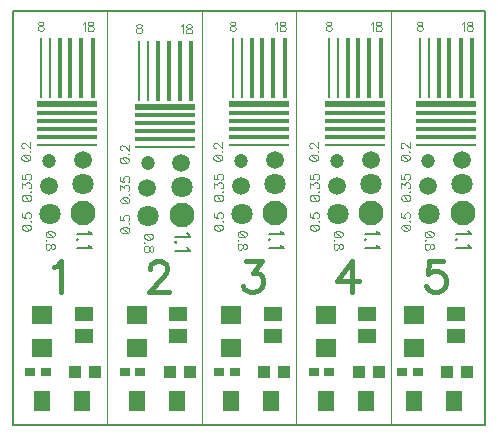
<source format=gtl>
G04 DipTrace Beta 2.3.5.2*
%INTop.gbr*%
%MOIN*%
%ADD11C,0.0055*%
%ADD13C,0.0013*%
%ADD14R,0.0591X0.0512*%
%ADD15R,0.0709X0.063*%
%ADD16R,0.0433X0.0394*%
%ADD17R,0.0354X0.0276*%
%ADD19R,0.0551X0.0709*%
%ADD20R,0.008X0.2*%
%ADD21R,0.01X0.2*%
%ADD22R,0.012X0.2*%
%ADD23R,0.014X0.2*%
%ADD24R,0.016X0.2*%
%ADD25R,0.018X0.2*%
%ADD26R,0.2X0.02*%
%ADD27R,0.2X0.018*%
%ADD28R,0.2X0.016*%
%ADD29R,0.2X0.014*%
%ADD30R,0.2X0.012*%
%ADD31R,0.2X0.008*%
%ADD32C,0.0709*%
%ADD33C,0.0591*%
%ADD34C,0.0472*%
%ADD35C,0.0827*%
%ADD81C,0.0077*%
%ADD82C,0.0154*%
%ADD83C,0.0046*%
%FSLAX44Y44*%
G04*
G70*
G90*
G75*
G01*
%LNTop*%
%LPD*%
D14*
X6299Y6890D3*
Y7638D3*
D15*
X4921Y6496D3*
Y7598D3*
D16*
X6693Y5709D3*
X6024D3*
D17*
X4528D3*
X5039D3*
D14*
X9449Y6890D3*
Y7638D3*
D15*
X8071Y6496D3*
Y7598D3*
D16*
X9843Y5709D3*
X9173D3*
D17*
X7677D3*
X8189D3*
D14*
X12598Y6890D3*
Y7638D3*
D15*
X11220Y6496D3*
Y7598D3*
D16*
X12992Y5709D3*
X12323D3*
D17*
X10827D3*
X11339D3*
D14*
X15748Y6890D3*
Y7638D3*
D15*
X14370Y6496D3*
Y7598D3*
D16*
X16142Y5709D3*
X15472D3*
D17*
X13976D3*
X14488D3*
D14*
X18701Y6890D3*
Y7638D3*
D15*
X17323Y6496D3*
Y7598D3*
D16*
X19094Y5709D3*
X18425D3*
D17*
X16929D3*
X17441D3*
D19*
X4921Y4724D3*
X6260D3*
X8071D3*
X9409D3*
X11220D3*
X12559D3*
X14370D3*
X15709D3*
X17323D3*
X18661D3*
D20*
X4876Y15814D3*
D21*
X5176D3*
D22*
X5506D3*
D23*
X5856D3*
D24*
X6226D3*
D25*
X6616D3*
D26*
X5736Y14614D3*
D27*
Y14344D3*
D28*
Y14074D3*
D29*
Y13804D3*
D30*
Y13534D3*
D31*
Y13274D3*
D32*
X5176Y10974D3*
D33*
X5146Y11904D3*
D34*
X5156Y12744D3*
D35*
X6296Y11004D3*
D32*
X6286Y11954D3*
D33*
X6276Y12754D3*
D20*
X8156Y15734D3*
D21*
X8456D3*
D22*
X8786D3*
D23*
X9136D3*
D24*
X9506D3*
D25*
X9896D3*
D26*
X9016Y14534D3*
D27*
Y14264D3*
D28*
Y13994D3*
D29*
Y13724D3*
D30*
Y13454D3*
D31*
Y13194D3*
D32*
X8456Y10894D3*
D33*
X8426Y11824D3*
D34*
X8436Y12664D3*
D35*
X9576Y10924D3*
D32*
X9566Y11874D3*
D33*
X9556Y12674D3*
D20*
X11276Y15814D3*
D21*
X11576D3*
D22*
X11906D3*
D23*
X12256D3*
D24*
X12626D3*
D25*
X13016D3*
D26*
X12136Y14614D3*
D27*
Y14344D3*
D28*
Y14074D3*
D29*
Y13804D3*
D30*
Y13534D3*
D31*
Y13274D3*
D32*
X11576Y10974D3*
D33*
X11546Y11904D3*
D34*
X11556Y12744D3*
D35*
X12696Y11004D3*
D32*
X12686Y11954D3*
D33*
X12676Y12754D3*
D20*
X14476Y15814D3*
D21*
X14776D3*
D22*
X15106D3*
D23*
X15456D3*
D24*
X15826D3*
D25*
X16216D3*
D26*
X15336Y14614D3*
D27*
Y14344D3*
D28*
Y14074D3*
D29*
Y13804D3*
D30*
Y13534D3*
D31*
Y13274D3*
D32*
X14776Y10974D3*
D33*
X14746Y11904D3*
D34*
X14756Y12744D3*
D35*
X15896Y11004D3*
D32*
X15886Y11954D3*
D33*
X15876Y12754D3*
D20*
X17516Y15814D3*
D21*
X17816D3*
D22*
X18146D3*
D23*
X18496D3*
D24*
X18866D3*
D25*
X19256D3*
D26*
X18376Y14614D3*
D27*
Y14344D3*
D28*
Y14074D3*
D29*
Y13804D3*
D30*
Y13534D3*
D31*
Y13274D3*
D32*
X17816Y10974D3*
D33*
X17786Y11904D3*
D34*
X17796Y12744D3*
D35*
X18936Y11004D3*
D32*
X18926Y11954D3*
D33*
X18916Y12754D3*
X7087Y17520D2*
D13*
Y3937D1*
X10236Y17520D2*
Y3937D1*
X13386D2*
Y17520D1*
X16535Y3937D2*
Y17717D1*
X13386Y17520D2*
Y17717D1*
X10236Y17520D2*
Y17717D1*
X7087Y17520D2*
Y17717D1*
X5315Y9191D2*
D82*
X5411Y9240D1*
X5555Y9383D1*
Y8379D1*
X8513Y9144D2*
Y9191D1*
X8561Y9288D1*
X8608Y9335D1*
X8704Y9383D1*
X8896D1*
X8991Y9335D1*
X9038Y9288D1*
X9087Y9191D1*
Y9096D1*
X9038Y9000D1*
X8943Y8858D1*
X8465Y8379D1*
X9134D1*
X11710Y9383D2*
X12235D1*
X11949Y9000D1*
X12093D1*
X12188Y8953D1*
X12235Y8905D1*
X12284Y8761D1*
Y8666D1*
X12235Y8523D1*
X12140Y8426D1*
X11997Y8379D1*
X11853D1*
X11710Y8426D1*
X11663Y8475D1*
X11614Y8570D1*
X15242Y8379D2*
Y9383D1*
X14764Y8714D1*
X15481D1*
X18290Y9383D2*
X17813D1*
X17765Y8953D1*
X17813Y9000D1*
X17956Y9049D1*
X18099D1*
X18243Y9000D1*
X18339Y8905D1*
X18386Y8761D1*
Y8666D1*
X18339Y8523D1*
X18243Y8426D1*
X18099Y8379D1*
X17956D1*
X17813Y8426D1*
X17765Y8475D1*
X17717Y8570D1*
X5334Y10305D2*
D83*
X5320Y10348D1*
X5277Y10377D1*
X5205Y10391D1*
X5162D1*
X5090Y10377D1*
X5047Y10348D1*
X5033Y10305D1*
Y10277D1*
X5047Y10234D1*
X5090Y10205D1*
X5162Y10190D1*
X5205D1*
X5277Y10205D1*
X5320Y10234D1*
X5334Y10277D1*
Y10305D1*
X5277Y10205D2*
X5090Y10377D1*
X5062Y10084D2*
X5047Y10098D1*
X5033Y10084D1*
X5047Y10069D1*
X5062Y10084D1*
X5334Y9905D2*
X5320Y9947D1*
X5291Y9962D1*
X5263D1*
X5234Y9947D1*
X5219Y9919D1*
X5205Y9862D1*
X5191Y9818D1*
X5162Y9790D1*
X5134Y9776D1*
X5090D1*
X5062Y9790D1*
X5047Y9804D1*
X5033Y9847D1*
Y9905D1*
X5047Y9947D1*
X5062Y9962D1*
X5090Y9976D1*
X5134D1*
X5162Y9962D1*
X5191Y9933D1*
X5205Y9890D1*
X5219Y9833D1*
X5234Y9804D1*
X5263Y9790D1*
X5291D1*
X5320Y9804D1*
X5334Y9847D1*
Y9905D1*
X6471Y10413D2*
D81*
X6495Y10365D1*
X6567Y10293D1*
X6065D1*
X6113Y10115D2*
X6089Y10139D1*
X6065Y10115D1*
X6089Y10091D1*
X6113Y10115D1*
X6471Y9936D2*
X6495Y9888D1*
X6567Y9816D1*
X6065D1*
X4229Y12822D2*
D83*
X4243Y12779D1*
X4286Y12750D1*
X4358Y12736D1*
X4401D1*
X4473Y12750D1*
X4516Y12779D1*
X4530Y12822D1*
Y12850D1*
X4516Y12894D1*
X4473Y12922D1*
X4401Y12937D1*
X4358D1*
X4286Y12922D1*
X4243Y12894D1*
X4229Y12850D1*
Y12822D1*
X4286Y12922D2*
X4473Y12750D1*
X4501Y13044D2*
X4516Y13029D1*
X4530Y13044D1*
X4516Y13058D1*
X4501Y13044D1*
X4301Y13165D2*
X4286D1*
X4257Y13180D1*
X4243Y13194D1*
X4229Y13223D1*
Y13280D1*
X4243Y13309D1*
X4257Y13323D1*
X4286Y13337D1*
X4315D1*
X4344Y13323D1*
X4386Y13294D1*
X4530Y13151D1*
Y13352D1*
X4246Y11485D2*
X4260Y11442D1*
X4303Y11413D1*
X4375Y11399D1*
X4418D1*
X4489Y11413D1*
X4532Y11442D1*
X4547Y11485D1*
Y11514D1*
X4532Y11557D1*
X4489Y11585D1*
X4418Y11600D1*
X4375D1*
X4303Y11585D1*
X4260Y11557D1*
X4246Y11514D1*
Y11485D1*
X4303Y11585D2*
X4489Y11413D1*
X4518Y11707D2*
X4532Y11693D1*
X4547Y11707D1*
X4532Y11721D1*
X4518Y11707D1*
X4246Y11843D2*
Y12000D1*
X4360Y11915D1*
Y11958D1*
X4375Y11986D1*
X4389Y12000D1*
X4432Y12015D1*
X4461D1*
X4504Y12000D1*
X4532Y11972D1*
X4547Y11929D1*
Y11886D1*
X4532Y11843D1*
X4518Y11829D1*
X4489Y11814D1*
X4246Y12280D2*
Y12137D1*
X4375Y12122D1*
X4360Y12137D1*
X4346Y12180D1*
Y12222D1*
X4360Y12266D1*
X4389Y12294D1*
X4432Y12309D1*
X4461D1*
X4504Y12294D1*
X4532Y12266D1*
X4547Y12222D1*
Y12180D1*
X4532Y12137D1*
X4518Y12122D1*
X4489Y12108D1*
X4249Y10492D2*
X4263Y10449D1*
X4306Y10420D1*
X4378Y10406D1*
X4421D1*
X4493Y10420D1*
X4536Y10449D1*
X4550Y10492D1*
Y10521D1*
X4536Y10564D1*
X4493Y10592D1*
X4421Y10607D1*
X4378D1*
X4306Y10592D1*
X4263Y10564D1*
X4249Y10521D1*
Y10492D1*
X4306Y10592D2*
X4493Y10420D1*
X4521Y10714D2*
X4536Y10700D1*
X4550Y10714D1*
X4536Y10728D1*
X4521Y10714D1*
X4249Y10993D2*
Y10850D1*
X4378Y10836D1*
X4364Y10850D1*
X4349Y10893D1*
Y10936D1*
X4364Y10979D1*
X4392Y11008D1*
X4435Y11022D1*
X4464D1*
X4507Y11008D1*
X4536Y10979D1*
X4550Y10936D1*
Y10893D1*
X4536Y10850D1*
X4521Y10836D1*
X4493Y10821D1*
X4841Y17372D2*
X4798Y17358D1*
X4784Y17330D1*
Y17301D1*
X4798Y17272D1*
X4827Y17258D1*
X4884Y17243D1*
X4927Y17229D1*
X4956Y17200D1*
X4970Y17172D1*
Y17129D1*
X4956Y17100D1*
X4941Y17086D1*
X4898Y17071D1*
X4841D1*
X4798Y17086D1*
X4784Y17100D1*
X4769Y17129D1*
Y17172D1*
X4784Y17200D1*
X4812Y17229D1*
X4855Y17243D1*
X4913Y17258D1*
X4941Y17272D1*
X4956Y17301D1*
Y17330D1*
X4941Y17358D1*
X4898Y17372D1*
X4841D1*
X6269Y17305D2*
X6298Y17320D1*
X6341Y17362D1*
Y17061D1*
X6506Y17362D2*
X6463Y17348D1*
X6448Y17320D1*
Y17291D1*
X6463Y17262D1*
X6491Y17248D1*
X6549Y17233D1*
X6592Y17219D1*
X6620Y17190D1*
X6635Y17162D1*
Y17119D1*
X6620Y17090D1*
X6606Y17076D1*
X6563Y17061D1*
X6506D1*
X6463Y17076D1*
X6448Y17090D1*
X6434Y17119D1*
Y17162D1*
X6448Y17190D1*
X6477Y17219D1*
X6520Y17233D1*
X6577Y17248D1*
X6606Y17262D1*
X6620Y17291D1*
Y17320D1*
X6606Y17348D1*
X6563Y17362D1*
X6506D1*
X8614Y10225D2*
X8600Y10268D1*
X8557Y10297D1*
X8485Y10311D1*
X8442D1*
X8370Y10297D1*
X8327Y10268D1*
X8313Y10225D1*
Y10197D1*
X8327Y10154D1*
X8370Y10125D1*
X8442Y10110D1*
X8485D1*
X8557Y10125D1*
X8600Y10154D1*
X8614Y10197D1*
Y10225D1*
X8557Y10125D2*
X8370Y10297D1*
X8342Y10004D2*
X8327Y10018D1*
X8313Y10004D1*
X8327Y9989D1*
X8342Y10004D1*
X8614Y9825D2*
X8600Y9867D1*
X8571Y9882D1*
X8543D1*
X8514Y9867D1*
X8499Y9839D1*
X8485Y9782D1*
X8471Y9738D1*
X8442Y9710D1*
X8414Y9696D1*
X8370D1*
X8342Y9710D1*
X8327Y9724D1*
X8313Y9767D1*
Y9825D1*
X8327Y9867D1*
X8342Y9882D1*
X8370Y9896D1*
X8414D1*
X8442Y9882D1*
X8471Y9853D1*
X8485Y9810D1*
X8499Y9753D1*
X8514Y9724D1*
X8543Y9710D1*
X8571D1*
X8600Y9724D1*
X8614Y9767D1*
Y9825D1*
X9751Y10333D2*
D81*
X9775Y10285D1*
X9847Y10213D1*
X9345D1*
X9393Y10035D2*
X9369Y10059D1*
X9345Y10035D1*
X9369Y10011D1*
X9393Y10035D1*
X9751Y9856D2*
X9775Y9808D1*
X9847Y9736D1*
X9345D1*
X7509Y12742D2*
D83*
X7523Y12699D1*
X7566Y12670D1*
X7638Y12656D1*
X7681D1*
X7753Y12670D1*
X7796Y12699D1*
X7810Y12742D1*
Y12770D1*
X7796Y12814D1*
X7753Y12842D1*
X7681Y12857D1*
X7638D1*
X7566Y12842D1*
X7523Y12814D1*
X7509Y12770D1*
Y12742D1*
X7566Y12842D2*
X7753Y12670D1*
X7781Y12964D2*
X7796Y12949D1*
X7810Y12964D1*
X7796Y12978D1*
X7781Y12964D1*
X7581Y13085D2*
X7566D1*
X7537Y13100D1*
X7523Y13114D1*
X7509Y13143D1*
Y13200D1*
X7523Y13229D1*
X7537Y13243D1*
X7566Y13257D1*
X7595D1*
X7624Y13243D1*
X7666Y13214D1*
X7810Y13071D1*
Y13272D1*
X7526Y11405D2*
X7540Y11362D1*
X7583Y11333D1*
X7655Y11319D1*
X7698D1*
X7769Y11333D1*
X7812Y11362D1*
X7827Y11405D1*
Y11434D1*
X7812Y11477D1*
X7769Y11505D1*
X7698Y11520D1*
X7655D1*
X7583Y11505D1*
X7540Y11477D1*
X7526Y11434D1*
Y11405D1*
X7583Y11505D2*
X7769Y11333D1*
X7798Y11627D2*
X7812Y11613D1*
X7827Y11627D1*
X7812Y11641D1*
X7798Y11627D1*
X7526Y11763D2*
Y11920D1*
X7640Y11835D1*
Y11878D1*
X7655Y11906D1*
X7669Y11920D1*
X7712Y11935D1*
X7741D1*
X7784Y11920D1*
X7812Y11892D1*
X7827Y11849D1*
Y11806D1*
X7812Y11763D1*
X7798Y11749D1*
X7769Y11734D1*
X7526Y12200D2*
Y12057D1*
X7655Y12042D1*
X7640Y12057D1*
X7626Y12100D1*
Y12142D1*
X7640Y12186D1*
X7669Y12214D1*
X7712Y12229D1*
X7741D1*
X7784Y12214D1*
X7812Y12186D1*
X7827Y12142D1*
Y12100D1*
X7812Y12057D1*
X7798Y12042D1*
X7769Y12028D1*
X7529Y10412D2*
X7543Y10369D1*
X7586Y10340D1*
X7658Y10326D1*
X7701D1*
X7773Y10340D1*
X7816Y10369D1*
X7830Y10412D1*
Y10441D1*
X7816Y10484D1*
X7773Y10512D1*
X7701Y10527D1*
X7658D1*
X7586Y10512D1*
X7543Y10484D1*
X7529Y10441D1*
Y10412D1*
X7586Y10512D2*
X7773Y10340D1*
X7801Y10634D2*
X7816Y10620D1*
X7830Y10634D1*
X7816Y10648D1*
X7801Y10634D1*
X7529Y10913D2*
Y10770D1*
X7658Y10756D1*
X7644Y10770D1*
X7629Y10813D1*
Y10856D1*
X7644Y10899D1*
X7672Y10928D1*
X7715Y10942D1*
X7744D1*
X7787Y10928D1*
X7816Y10899D1*
X7830Y10856D1*
Y10813D1*
X7816Y10770D1*
X7801Y10756D1*
X7773Y10741D1*
X8121Y17292D2*
X8078Y17278D1*
X8064Y17250D1*
Y17221D1*
X8078Y17192D1*
X8107Y17178D1*
X8164Y17163D1*
X8207Y17149D1*
X8236Y17120D1*
X8250Y17092D1*
Y17049D1*
X8236Y17020D1*
X8221Y17006D1*
X8178Y16991D1*
X8121D1*
X8078Y17006D1*
X8064Y17020D1*
X8049Y17049D1*
Y17092D1*
X8064Y17120D1*
X8092Y17149D1*
X8135Y17163D1*
X8193Y17178D1*
X8221Y17192D1*
X8236Y17221D1*
Y17250D1*
X8221Y17278D1*
X8178Y17292D1*
X8121D1*
X9549Y17225D2*
X9578Y17240D1*
X9621Y17282D1*
Y16981D1*
X9786Y17282D2*
X9743Y17268D1*
X9728Y17240D1*
Y17211D1*
X9743Y17182D1*
X9771Y17168D1*
X9829Y17153D1*
X9872Y17139D1*
X9900Y17110D1*
X9915Y17082D1*
Y17039D1*
X9900Y17010D1*
X9886Y16996D1*
X9843Y16981D1*
X9786D1*
X9743Y16996D1*
X9728Y17010D1*
X9714Y17039D1*
Y17082D1*
X9728Y17110D1*
X9757Y17139D1*
X9800Y17153D1*
X9857Y17168D1*
X9886Y17182D1*
X9900Y17211D1*
Y17240D1*
X9886Y17268D1*
X9843Y17282D1*
X9786D1*
X11734Y10305D2*
X11720Y10348D1*
X11677Y10377D1*
X11605Y10391D1*
X11562D1*
X11490Y10377D1*
X11447Y10348D1*
X11433Y10305D1*
Y10277D1*
X11447Y10234D1*
X11490Y10205D1*
X11562Y10190D1*
X11605D1*
X11677Y10205D1*
X11720Y10234D1*
X11734Y10277D1*
Y10305D1*
X11677Y10205D2*
X11490Y10377D1*
X11462Y10084D2*
X11447Y10098D1*
X11433Y10084D1*
X11447Y10069D1*
X11462Y10084D1*
X11734Y9905D2*
X11720Y9947D1*
X11691Y9962D1*
X11663D1*
X11634Y9947D1*
X11619Y9919D1*
X11605Y9862D1*
X11591Y9818D1*
X11562Y9790D1*
X11534Y9776D1*
X11490D1*
X11462Y9790D1*
X11447Y9804D1*
X11433Y9847D1*
Y9905D1*
X11447Y9947D1*
X11462Y9962D1*
X11490Y9976D1*
X11534D1*
X11562Y9962D1*
X11591Y9933D1*
X11605Y9890D1*
X11619Y9833D1*
X11634Y9804D1*
X11663Y9790D1*
X11691D1*
X11720Y9804D1*
X11734Y9847D1*
Y9905D1*
X12871Y10413D2*
D81*
X12895Y10365D1*
X12967Y10293D1*
X12465D1*
X12513Y10115D2*
X12489Y10139D1*
X12465Y10115D1*
X12489Y10091D1*
X12513Y10115D1*
X12871Y9936D2*
X12895Y9888D1*
X12967Y9816D1*
X12465D1*
X10629Y12822D2*
D83*
X10643Y12779D1*
X10686Y12750D1*
X10758Y12736D1*
X10801D1*
X10873Y12750D1*
X10916Y12779D1*
X10930Y12822D1*
Y12850D1*
X10916Y12894D1*
X10873Y12922D1*
X10801Y12937D1*
X10758D1*
X10686Y12922D1*
X10643Y12894D1*
X10629Y12850D1*
Y12822D1*
X10686Y12922D2*
X10873Y12750D1*
X10901Y13044D2*
X10916Y13029D1*
X10930Y13044D1*
X10916Y13058D1*
X10901Y13044D1*
X10701Y13165D2*
X10686D1*
X10657Y13180D1*
X10643Y13194D1*
X10629Y13223D1*
Y13280D1*
X10643Y13309D1*
X10657Y13323D1*
X10686Y13337D1*
X10715D1*
X10744Y13323D1*
X10786Y13294D1*
X10930Y13151D1*
Y13352D1*
X10646Y11485D2*
X10660Y11442D1*
X10703Y11413D1*
X10775Y11399D1*
X10818D1*
X10889Y11413D1*
X10932Y11442D1*
X10947Y11485D1*
Y11514D1*
X10932Y11557D1*
X10889Y11585D1*
X10818Y11600D1*
X10775D1*
X10703Y11585D1*
X10660Y11557D1*
X10646Y11514D1*
Y11485D1*
X10703Y11585D2*
X10889Y11413D1*
X10918Y11707D2*
X10932Y11693D1*
X10947Y11707D1*
X10932Y11721D1*
X10918Y11707D1*
X10646Y11843D2*
Y12000D1*
X10760Y11915D1*
Y11958D1*
X10775Y11986D1*
X10789Y12000D1*
X10832Y12015D1*
X10861D1*
X10904Y12000D1*
X10932Y11972D1*
X10947Y11929D1*
Y11886D1*
X10932Y11843D1*
X10918Y11829D1*
X10889Y11814D1*
X10646Y12280D2*
Y12137D1*
X10775Y12122D1*
X10760Y12137D1*
X10746Y12180D1*
Y12222D1*
X10760Y12266D1*
X10789Y12294D1*
X10832Y12309D1*
X10861D1*
X10904Y12294D1*
X10932Y12266D1*
X10947Y12222D1*
Y12180D1*
X10932Y12137D1*
X10918Y12122D1*
X10889Y12108D1*
X10649Y10492D2*
X10663Y10449D1*
X10706Y10420D1*
X10778Y10406D1*
X10821D1*
X10893Y10420D1*
X10936Y10449D1*
X10950Y10492D1*
Y10521D1*
X10936Y10564D1*
X10893Y10592D1*
X10821Y10607D1*
X10778D1*
X10706Y10592D1*
X10663Y10564D1*
X10649Y10521D1*
Y10492D1*
X10706Y10592D2*
X10893Y10420D1*
X10921Y10714D2*
X10936Y10700D1*
X10950Y10714D1*
X10936Y10728D1*
X10921Y10714D1*
X10649Y10993D2*
Y10850D1*
X10778Y10836D1*
X10764Y10850D1*
X10749Y10893D1*
Y10936D1*
X10764Y10979D1*
X10792Y11008D1*
X10835Y11022D1*
X10864D1*
X10907Y11008D1*
X10936Y10979D1*
X10950Y10936D1*
Y10893D1*
X10936Y10850D1*
X10921Y10836D1*
X10893Y10821D1*
X11241Y17372D2*
X11198Y17358D1*
X11184Y17330D1*
Y17301D1*
X11198Y17272D1*
X11227Y17258D1*
X11284Y17243D1*
X11327Y17229D1*
X11356Y17200D1*
X11370Y17172D1*
Y17129D1*
X11356Y17100D1*
X11341Y17086D1*
X11298Y17071D1*
X11241D1*
X11198Y17086D1*
X11184Y17100D1*
X11169Y17129D1*
Y17172D1*
X11184Y17200D1*
X11212Y17229D1*
X11255Y17243D1*
X11313Y17258D1*
X11341Y17272D1*
X11356Y17301D1*
Y17330D1*
X11341Y17358D1*
X11298Y17372D1*
X11241D1*
X12669Y17305D2*
X12698Y17320D1*
X12741Y17362D1*
Y17061D1*
X12906Y17362D2*
X12863Y17348D1*
X12848Y17320D1*
Y17291D1*
X12863Y17262D1*
X12891Y17248D1*
X12949Y17233D1*
X12992Y17219D1*
X13020Y17190D1*
X13035Y17162D1*
Y17119D1*
X13020Y17090D1*
X13006Y17076D1*
X12963Y17061D1*
X12906D1*
X12863Y17076D1*
X12848Y17090D1*
X12834Y17119D1*
Y17162D1*
X12848Y17190D1*
X12877Y17219D1*
X12920Y17233D1*
X12977Y17248D1*
X13006Y17262D1*
X13020Y17291D1*
Y17320D1*
X13006Y17348D1*
X12963Y17362D1*
X12906D1*
X14934Y10305D2*
X14920Y10348D1*
X14877Y10377D1*
X14805Y10391D1*
X14762D1*
X14690Y10377D1*
X14647Y10348D1*
X14633Y10305D1*
Y10277D1*
X14647Y10234D1*
X14690Y10205D1*
X14762Y10190D1*
X14805D1*
X14877Y10205D1*
X14920Y10234D1*
X14934Y10277D1*
Y10305D1*
X14877Y10205D2*
X14690Y10377D1*
X14662Y10084D2*
X14647Y10098D1*
X14633Y10084D1*
X14647Y10069D1*
X14662Y10084D1*
X14934Y9905D2*
X14920Y9947D1*
X14891Y9962D1*
X14863D1*
X14834Y9947D1*
X14819Y9919D1*
X14805Y9862D1*
X14791Y9818D1*
X14762Y9790D1*
X14734Y9776D1*
X14690D1*
X14662Y9790D1*
X14647Y9804D1*
X14633Y9847D1*
Y9905D1*
X14647Y9947D1*
X14662Y9962D1*
X14690Y9976D1*
X14734D1*
X14762Y9962D1*
X14791Y9933D1*
X14805Y9890D1*
X14819Y9833D1*
X14834Y9804D1*
X14863Y9790D1*
X14891D1*
X14920Y9804D1*
X14934Y9847D1*
Y9905D1*
X16071Y10413D2*
D81*
X16095Y10365D1*
X16167Y10293D1*
X15665D1*
X15713Y10115D2*
X15689Y10139D1*
X15665Y10115D1*
X15689Y10091D1*
X15713Y10115D1*
X16071Y9936D2*
X16095Y9888D1*
X16167Y9816D1*
X15665D1*
X13829Y12822D2*
D83*
X13843Y12779D1*
X13886Y12750D1*
X13958Y12736D1*
X14001D1*
X14073Y12750D1*
X14116Y12779D1*
X14130Y12822D1*
Y12850D1*
X14116Y12894D1*
X14073Y12922D1*
X14001Y12937D1*
X13958D1*
X13886Y12922D1*
X13843Y12894D1*
X13829Y12850D1*
Y12822D1*
X13886Y12922D2*
X14073Y12750D1*
X14101Y13044D2*
X14116Y13029D1*
X14130Y13044D1*
X14116Y13058D1*
X14101Y13044D1*
X13901Y13165D2*
X13886D1*
X13857Y13180D1*
X13843Y13194D1*
X13829Y13223D1*
Y13280D1*
X13843Y13309D1*
X13857Y13323D1*
X13886Y13337D1*
X13915D1*
X13944Y13323D1*
X13986Y13294D1*
X14130Y13151D1*
Y13352D1*
X13846Y11485D2*
X13860Y11442D1*
X13903Y11413D1*
X13975Y11399D1*
X14018D1*
X14089Y11413D1*
X14132Y11442D1*
X14147Y11485D1*
Y11514D1*
X14132Y11557D1*
X14089Y11585D1*
X14018Y11600D1*
X13975D1*
X13903Y11585D1*
X13860Y11557D1*
X13846Y11514D1*
Y11485D1*
X13903Y11585D2*
X14089Y11413D1*
X14118Y11707D2*
X14132Y11693D1*
X14147Y11707D1*
X14132Y11721D1*
X14118Y11707D1*
X13846Y11843D2*
Y12000D1*
X13960Y11915D1*
Y11958D1*
X13975Y11986D1*
X13989Y12000D1*
X14032Y12015D1*
X14061D1*
X14104Y12000D1*
X14132Y11972D1*
X14147Y11929D1*
Y11886D1*
X14132Y11843D1*
X14118Y11829D1*
X14089Y11814D1*
X13846Y12280D2*
Y12137D1*
X13975Y12122D1*
X13960Y12137D1*
X13946Y12180D1*
Y12222D1*
X13960Y12266D1*
X13989Y12294D1*
X14032Y12309D1*
X14061D1*
X14104Y12294D1*
X14132Y12266D1*
X14147Y12222D1*
Y12180D1*
X14132Y12137D1*
X14118Y12122D1*
X14089Y12108D1*
X13849Y10492D2*
X13863Y10449D1*
X13906Y10420D1*
X13978Y10406D1*
X14021D1*
X14093Y10420D1*
X14136Y10449D1*
X14150Y10492D1*
Y10521D1*
X14136Y10564D1*
X14093Y10592D1*
X14021Y10607D1*
X13978D1*
X13906Y10592D1*
X13863Y10564D1*
X13849Y10521D1*
Y10492D1*
X13906Y10592D2*
X14093Y10420D1*
X14121Y10714D2*
X14136Y10700D1*
X14150Y10714D1*
X14136Y10728D1*
X14121Y10714D1*
X13849Y10993D2*
Y10850D1*
X13978Y10836D1*
X13964Y10850D1*
X13949Y10893D1*
Y10936D1*
X13964Y10979D1*
X13992Y11008D1*
X14035Y11022D1*
X14064D1*
X14107Y11008D1*
X14136Y10979D1*
X14150Y10936D1*
Y10893D1*
X14136Y10850D1*
X14121Y10836D1*
X14093Y10821D1*
X14441Y17372D2*
X14398Y17358D1*
X14384Y17330D1*
Y17301D1*
X14398Y17272D1*
X14427Y17258D1*
X14484Y17243D1*
X14527Y17229D1*
X14556Y17200D1*
X14570Y17172D1*
Y17129D1*
X14556Y17100D1*
X14541Y17086D1*
X14498Y17071D1*
X14441D1*
X14398Y17086D1*
X14384Y17100D1*
X14369Y17129D1*
Y17172D1*
X14384Y17200D1*
X14412Y17229D1*
X14455Y17243D1*
X14513Y17258D1*
X14541Y17272D1*
X14556Y17301D1*
Y17330D1*
X14541Y17358D1*
X14498Y17372D1*
X14441D1*
X15869Y17305D2*
X15898Y17320D1*
X15941Y17362D1*
Y17061D1*
X16106Y17362D2*
X16063Y17348D1*
X16048Y17320D1*
Y17291D1*
X16063Y17262D1*
X16091Y17248D1*
X16149Y17233D1*
X16192Y17219D1*
X16220Y17190D1*
X16235Y17162D1*
Y17119D1*
X16220Y17090D1*
X16206Y17076D1*
X16163Y17061D1*
X16106D1*
X16063Y17076D1*
X16048Y17090D1*
X16034Y17119D1*
Y17162D1*
X16048Y17190D1*
X16077Y17219D1*
X16120Y17233D1*
X16177Y17248D1*
X16206Y17262D1*
X16220Y17291D1*
Y17320D1*
X16206Y17348D1*
X16163Y17362D1*
X16106D1*
X17974Y10305D2*
X17960Y10348D1*
X17917Y10377D1*
X17845Y10391D1*
X17802D1*
X17730Y10377D1*
X17687Y10348D1*
X17673Y10305D1*
Y10277D1*
X17687Y10234D1*
X17730Y10205D1*
X17802Y10190D1*
X17845D1*
X17917Y10205D1*
X17960Y10234D1*
X17974Y10277D1*
Y10305D1*
X17917Y10205D2*
X17730Y10377D1*
X17702Y10084D2*
X17687Y10098D1*
X17673Y10084D1*
X17687Y10069D1*
X17702Y10084D1*
X17974Y9905D2*
X17960Y9947D1*
X17931Y9962D1*
X17903D1*
X17874Y9947D1*
X17859Y9919D1*
X17845Y9862D1*
X17831Y9818D1*
X17802Y9790D1*
X17774Y9776D1*
X17730D1*
X17702Y9790D1*
X17687Y9804D1*
X17673Y9847D1*
Y9905D1*
X17687Y9947D1*
X17702Y9962D1*
X17730Y9976D1*
X17774D1*
X17802Y9962D1*
X17831Y9933D1*
X17845Y9890D1*
X17859Y9833D1*
X17874Y9804D1*
X17903Y9790D1*
X17931D1*
X17960Y9804D1*
X17974Y9847D1*
Y9905D1*
X19111Y10413D2*
D81*
X19135Y10365D1*
X19207Y10293D1*
X18705D1*
X18753Y10115D2*
X18729Y10139D1*
X18705Y10115D1*
X18729Y10091D1*
X18753Y10115D1*
X19111Y9936D2*
X19135Y9888D1*
X19207Y9816D1*
X18705D1*
X16869Y12822D2*
D83*
X16883Y12779D1*
X16926Y12750D1*
X16998Y12736D1*
X17041D1*
X17113Y12750D1*
X17156Y12779D1*
X17170Y12822D1*
Y12850D1*
X17156Y12894D1*
X17113Y12922D1*
X17041Y12937D1*
X16998D1*
X16926Y12922D1*
X16883Y12894D1*
X16869Y12850D1*
Y12822D1*
X16926Y12922D2*
X17113Y12750D1*
X17141Y13044D2*
X17156Y13029D1*
X17170Y13044D1*
X17156Y13058D1*
X17141Y13044D1*
X16941Y13165D2*
X16926D1*
X16897Y13180D1*
X16883Y13194D1*
X16869Y13223D1*
Y13280D1*
X16883Y13309D1*
X16897Y13323D1*
X16926Y13337D1*
X16955D1*
X16984Y13323D1*
X17026Y13294D1*
X17170Y13151D1*
Y13352D1*
X16886Y11485D2*
X16900Y11442D1*
X16943Y11413D1*
X17015Y11399D1*
X17058D1*
X17129Y11413D1*
X17172Y11442D1*
X17187Y11485D1*
Y11514D1*
X17172Y11557D1*
X17129Y11585D1*
X17058Y11600D1*
X17015D1*
X16943Y11585D1*
X16900Y11557D1*
X16886Y11514D1*
Y11485D1*
X16943Y11585D2*
X17129Y11413D1*
X17158Y11707D2*
X17172Y11693D1*
X17187Y11707D1*
X17172Y11721D1*
X17158Y11707D1*
X16886Y11843D2*
Y12000D1*
X17000Y11915D1*
Y11958D1*
X17015Y11986D1*
X17029Y12000D1*
X17072Y12015D1*
X17101D1*
X17144Y12000D1*
X17172Y11972D1*
X17187Y11929D1*
Y11886D1*
X17172Y11843D1*
X17158Y11829D1*
X17129Y11814D1*
X16886Y12280D2*
Y12137D1*
X17015Y12122D1*
X17000Y12137D1*
X16986Y12180D1*
Y12222D1*
X17000Y12266D1*
X17029Y12294D1*
X17072Y12309D1*
X17101D1*
X17144Y12294D1*
X17172Y12266D1*
X17187Y12222D1*
Y12180D1*
X17172Y12137D1*
X17158Y12122D1*
X17129Y12108D1*
X16889Y10492D2*
X16903Y10449D1*
X16946Y10420D1*
X17018Y10406D1*
X17061D1*
X17133Y10420D1*
X17176Y10449D1*
X17190Y10492D1*
Y10521D1*
X17176Y10564D1*
X17133Y10592D1*
X17061Y10607D1*
X17018D1*
X16946Y10592D1*
X16903Y10564D1*
X16889Y10521D1*
Y10492D1*
X16946Y10592D2*
X17133Y10420D1*
X17161Y10714D2*
X17176Y10700D1*
X17190Y10714D1*
X17176Y10728D1*
X17161Y10714D1*
X16889Y10993D2*
Y10850D1*
X17018Y10836D1*
X17004Y10850D1*
X16989Y10893D1*
Y10936D1*
X17004Y10979D1*
X17032Y11008D1*
X17075Y11022D1*
X17104D1*
X17147Y11008D1*
X17176Y10979D1*
X17190Y10936D1*
Y10893D1*
X17176Y10850D1*
X17161Y10836D1*
X17133Y10821D1*
X17481Y17372D2*
X17438Y17358D1*
X17424Y17330D1*
Y17301D1*
X17438Y17272D1*
X17467Y17258D1*
X17524Y17243D1*
X17567Y17229D1*
X17596Y17200D1*
X17610Y17172D1*
Y17129D1*
X17596Y17100D1*
X17581Y17086D1*
X17538Y17071D1*
X17481D1*
X17438Y17086D1*
X17424Y17100D1*
X17409Y17129D1*
Y17172D1*
X17424Y17200D1*
X17452Y17229D1*
X17495Y17243D1*
X17553Y17258D1*
X17581Y17272D1*
X17596Y17301D1*
Y17330D1*
X17581Y17358D1*
X17538Y17372D1*
X17481D1*
X18909Y17305D2*
X18938Y17320D1*
X18981Y17362D1*
Y17061D1*
X19146Y17362D2*
X19103Y17348D1*
X19088Y17320D1*
Y17291D1*
X19103Y17262D1*
X19131Y17248D1*
X19189Y17233D1*
X19232Y17219D1*
X19260Y17190D1*
X19275Y17162D1*
Y17119D1*
X19260Y17090D1*
X19246Y17076D1*
X19203Y17061D1*
X19146D1*
X19103Y17076D1*
X19088Y17090D1*
X19074Y17119D1*
Y17162D1*
X19088Y17190D1*
X19117Y17219D1*
X19160Y17233D1*
X19217Y17248D1*
X19246Y17262D1*
X19260Y17291D1*
Y17320D1*
X19246Y17348D1*
X19203Y17362D1*
X19146D1*
%LNBoardOutline*%
X3937Y3937D2*
D11*
X19685D1*
Y17717D1*
X3937D1*
Y3937D1*
M02*

</source>
